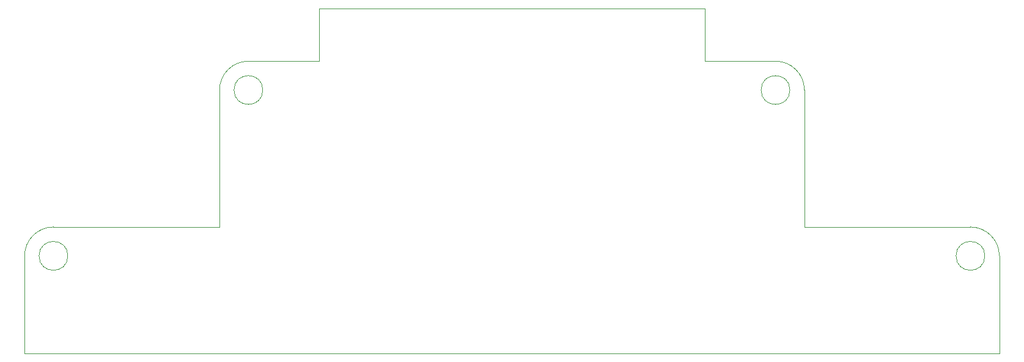
<source format=gbr>
%TF.GenerationSoftware,KiCad,Pcbnew,(6.0.7)*%
%TF.CreationDate,2023-11-21T21:52:02-06:00*%
%TF.ProjectId,Male ECU Connector,4d616c65-2045-4435-9520-436f6e6e6563,rev?*%
%TF.SameCoordinates,Original*%
%TF.FileFunction,Profile,NP*%
%FSLAX46Y46*%
G04 Gerber Fmt 4.6, Leading zero omitted, Abs format (unit mm)*
G04 Created by KiCad (PCBNEW (6.0.7)) date 2023-11-21 21:52:02*
%MOMM*%
%LPD*%
G01*
G04 APERTURE LIST*
%TA.AperFunction,Profile*%
%ADD10C,0.050000*%
%TD*%
G04 APERTURE END LIST*
D10*
X217000000Y-96500000D02*
X217000000Y-101000000D01*
X213000000Y-92500000D02*
X196000000Y-92500000D01*
X176200000Y-62200000D02*
X122800000Y-62200000D01*
X176200000Y-62200000D02*
X176200000Y-69500000D01*
X82000000Y-102500000D02*
X82000000Y-96500000D01*
X217000000Y-96500000D02*
G75*
G03*
X213000000Y-92500000I-4000000J0D01*
G01*
X196000000Y-92500000D02*
X190000000Y-92500000D01*
X109000000Y-92500000D02*
X109000000Y-73500000D01*
X86000000Y-92500000D02*
G75*
G03*
X82000000Y-96500000I0J-4000000D01*
G01*
X115000000Y-73500000D02*
G75*
G03*
X115000000Y-73500000I-2000000J0D01*
G01*
X190000000Y-73500000D02*
G75*
G03*
X186000000Y-69500000I-4000000J0D01*
G01*
X190000000Y-92500000D02*
X190000000Y-73500000D01*
X188000000Y-73500000D02*
G75*
G03*
X188000000Y-73500000I-2000000J0D01*
G01*
X186000000Y-69500000D02*
X176200000Y-69500000D01*
X217000000Y-110000000D02*
X217000000Y-101000000D01*
X113000000Y-69500000D02*
G75*
G03*
X109000000Y-73500000I0J-4000000D01*
G01*
X86000000Y-92500000D02*
X103000000Y-92500000D01*
X122800000Y-62200000D02*
X122800000Y-69500000D01*
X215000000Y-96500000D02*
G75*
G03*
X215000000Y-96500000I-2000000J0D01*
G01*
X82000000Y-110000000D02*
X217000000Y-110000000D01*
X88000000Y-96500000D02*
G75*
G03*
X88000000Y-96500000I-2000000J0D01*
G01*
X82000000Y-110000000D02*
X82000000Y-102500000D01*
X113000000Y-69500000D02*
X122800000Y-69500000D01*
X103000000Y-92500000D02*
X109000000Y-92500000D01*
M02*

</source>
